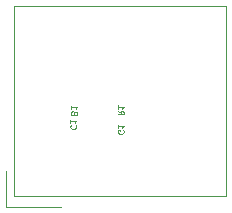
<source format=gbr>
%TF.GenerationSoftware,KiCad,Pcbnew,(6.0.5)*%
%TF.CreationDate,2023-05-26T17:46:03+02:00*%
%TF.ProjectId,EDUEXO-custom-PCB,45445545-584f-42d6-9375-73746f6d2d50,rev?*%
%TF.SameCoordinates,Original*%
%TF.FileFunction,Legend,Bot*%
%TF.FilePolarity,Positive*%
%FSLAX46Y46*%
G04 Gerber Fmt 4.6, Leading zero omitted, Abs format (unit mm)*
G04 Created by KiCad (PCBNEW (6.0.5)) date 2023-05-26 17:46:03*
%MOMM*%
%LPD*%
G01*
G04 APERTURE LIST*
%ADD10C,0.100000*%
%ADD11C,0.120000*%
G04 APERTURE END LIST*
D10*
%TO.C,U3*%
X198374114Y-132269880D02*
X198350304Y-132198452D01*
X198326495Y-132174642D01*
X198278876Y-132150833D01*
X198207447Y-132150833D01*
X198159828Y-132174642D01*
X198136019Y-132198452D01*
X198112209Y-132246071D01*
X198112209Y-132436547D01*
X198612209Y-132436547D01*
X198612209Y-132269880D01*
X198588400Y-132222261D01*
X198564590Y-132198452D01*
X198516971Y-132174642D01*
X198469352Y-132174642D01*
X198421733Y-132198452D01*
X198397923Y-132222261D01*
X198374114Y-132269880D01*
X198374114Y-132436547D01*
X198112209Y-131674642D02*
X198112209Y-131960357D01*
X198112209Y-131817500D02*
X198612209Y-131817500D01*
X198540780Y-131865119D01*
X198493161Y-131912738D01*
X198469352Y-131960357D01*
X202525400Y-133774842D02*
X202549209Y-133822461D01*
X202549209Y-133893890D01*
X202525400Y-133965319D01*
X202477780Y-134012938D01*
X202430161Y-134036747D01*
X202334923Y-134060557D01*
X202263495Y-134060557D01*
X202168257Y-134036747D01*
X202120638Y-134012938D01*
X202073019Y-133965319D01*
X202049209Y-133893890D01*
X202049209Y-133846271D01*
X202073019Y-133774842D01*
X202096828Y-133751033D01*
X202263495Y-133751033D01*
X202263495Y-133846271D01*
X202049209Y-133274842D02*
X202049209Y-133560557D01*
X202049209Y-133417700D02*
X202549209Y-133417700D01*
X202477780Y-133465319D01*
X202430161Y-133512938D01*
X202406352Y-133560557D01*
X198071428Y-133333333D02*
X198047619Y-133357142D01*
X198023809Y-133428571D01*
X198023809Y-133476190D01*
X198047619Y-133547619D01*
X198095238Y-133595238D01*
X198142857Y-133619047D01*
X198238095Y-133642857D01*
X198309523Y-133642857D01*
X198404761Y-133619047D01*
X198452380Y-133595238D01*
X198500000Y-133547619D01*
X198523809Y-133476190D01*
X198523809Y-133428571D01*
X198500000Y-133357142D01*
X198476190Y-133333333D01*
X198023809Y-132857142D02*
X198023809Y-133142857D01*
X198023809Y-133000000D02*
X198523809Y-133000000D01*
X198452380Y-133047619D01*
X198404761Y-133095238D01*
X198380952Y-133142857D01*
X202049209Y-132125433D02*
X202287304Y-132292100D01*
X202049209Y-132411147D02*
X202549209Y-132411147D01*
X202549209Y-132220671D01*
X202525400Y-132173052D01*
X202501590Y-132149242D01*
X202453971Y-132125433D01*
X202382542Y-132125433D01*
X202334923Y-132149242D01*
X202311114Y-132173052D01*
X202287304Y-132220671D01*
X202287304Y-132411147D01*
X202049209Y-131649242D02*
X202049209Y-131934957D01*
X202049209Y-131792100D02*
X202549209Y-131792100D01*
X202477780Y-131839719D01*
X202430161Y-131887338D01*
X202406352Y-131934957D01*
D11*
X192598000Y-140271700D02*
X197271600Y-140271700D01*
X192598000Y-137198300D02*
X192598000Y-140271700D01*
X193258400Y-123228300D02*
X211190800Y-123228300D01*
X211190800Y-123228300D02*
X211190800Y-139331900D01*
X211190800Y-139331900D02*
X193258400Y-139331900D01*
X193258400Y-139331900D02*
X193258400Y-123228300D01*
%TD*%
M02*

</source>
